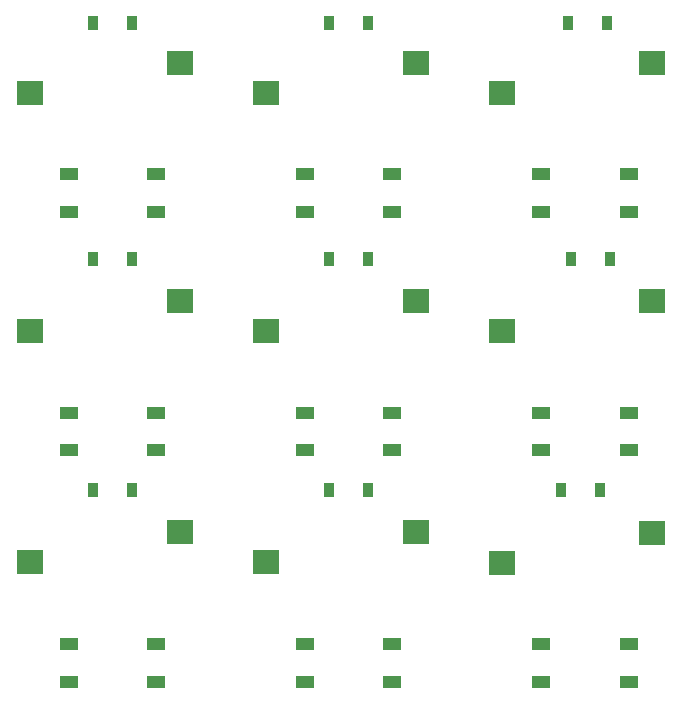
<source format=gbp>
%TF.GenerationSoftware,KiCad,Pcbnew,6.0.4-6f826c9f35~116~ubuntu20.04.1*%
%TF.CreationDate,2022-10-29T14:33:56+02:00*%
%TF.ProjectId,SofleTestBoard,536f666c-6554-4657-9374-426f6172642e,rev?*%
%TF.SameCoordinates,Original*%
%TF.FileFunction,Paste,Bot*%
%TF.FilePolarity,Positive*%
%FSLAX46Y46*%
G04 Gerber Fmt 4.6, Leading zero omitted, Abs format (unit mm)*
G04 Created by KiCad (PCBNEW 6.0.4-6f826c9f35~116~ubuntu20.04.1) date 2022-10-29 14:33:56*
%MOMM*%
%LPD*%
G01*
G04 APERTURE LIST*
%ADD10R,1.600000X1.000000*%
%ADD11R,2.300000X2.000000*%
%ADD12R,0.900000X1.200000*%
G04 APERTURE END LIST*
D10*
%TO.C,SW4*%
X125300000Y-82469999D03*
X125300000Y-85669999D03*
X132700000Y-85669999D03*
X132700000Y-82469999D03*
D11*
X122000000Y-75589999D03*
X134700000Y-73049999D03*
%TD*%
D10*
%TO.C,SW5*%
X145300000Y-82469999D03*
X145300000Y-85669999D03*
X152700000Y-85669999D03*
X152700000Y-82469999D03*
D11*
X142000000Y-75589999D03*
X154700000Y-73049999D03*
%TD*%
D10*
%TO.C,SW1*%
X125300000Y-62300000D03*
X125300000Y-65500000D03*
X132700000Y-65500000D03*
X132700000Y-62300000D03*
D11*
X122000000Y-55420000D03*
X134700000Y-52880000D03*
%TD*%
D10*
%TO.C,SW9*%
X165300000Y-102100000D03*
X165300000Y-105300000D03*
X172700000Y-105300000D03*
X172700000Y-102100000D03*
D11*
X162000000Y-95220000D03*
X174700000Y-92680000D03*
%TD*%
D10*
%TO.C,SW3*%
X165300000Y-62300000D03*
X165300000Y-65500000D03*
X172700000Y-65500000D03*
X172700000Y-62300000D03*
D11*
X162000000Y-55420000D03*
X174700000Y-52880000D03*
%TD*%
D10*
%TO.C,SW6*%
X165300000Y-82469999D03*
X165300000Y-85669999D03*
X172700000Y-85669999D03*
X172700000Y-82469999D03*
D11*
X162000000Y-75589999D03*
X174700000Y-73049999D03*
%TD*%
D10*
%TO.C,SW7*%
X125300000Y-102034999D03*
X125300000Y-105234999D03*
X132700000Y-105234999D03*
X132700000Y-102034999D03*
D11*
X122000000Y-95154999D03*
X134700000Y-92614999D03*
%TD*%
D10*
%TO.C,SW2*%
X145300000Y-62300000D03*
X145300000Y-65500000D03*
X152700000Y-65500000D03*
X152700000Y-62300000D03*
D11*
X142000000Y-55420000D03*
X154700000Y-52880000D03*
%TD*%
D10*
%TO.C,SW8*%
X145300000Y-102034999D03*
X145300000Y-105234999D03*
X152700000Y-105234999D03*
X152700000Y-102034999D03*
D11*
X142000000Y-95154999D03*
X154700000Y-92614999D03*
%TD*%
D12*
%TO.C,D4*%
X127350000Y-69500000D03*
X130650000Y-69500000D03*
%TD*%
%TO.C,D7*%
X127350000Y-89000000D03*
X130650000Y-89000000D03*
%TD*%
%TO.C,D1*%
X127350000Y-49500000D03*
X130650000Y-49500000D03*
%TD*%
%TO.C,D5*%
X147350000Y-69500000D03*
X150650000Y-69500000D03*
%TD*%
%TO.C,D2*%
X147350000Y-49500000D03*
X150650000Y-49500000D03*
%TD*%
%TO.C,D9*%
X167000000Y-89000000D03*
X170300000Y-89000000D03*
%TD*%
%TO.C,D3*%
X167550000Y-49500000D03*
X170850000Y-49500000D03*
%TD*%
%TO.C,D6*%
X167850000Y-69500000D03*
X171150000Y-69500000D03*
%TD*%
%TO.C,D8*%
X147350000Y-89000000D03*
X150650000Y-89000000D03*
%TD*%
M02*

</source>
